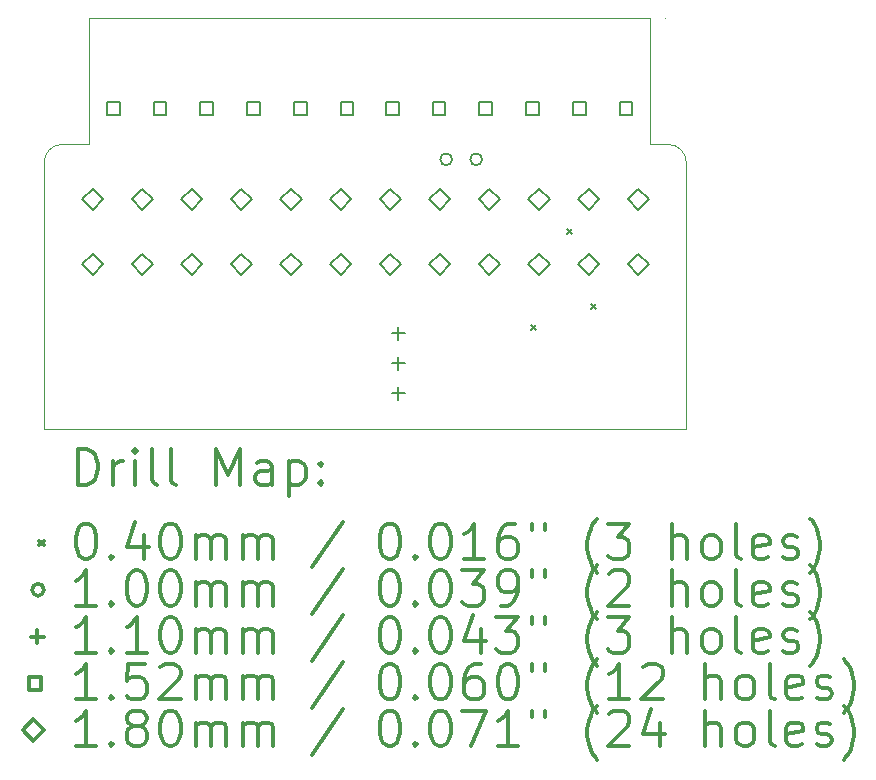
<source format=gbr>
%FSLAX45Y45*%
G04 Gerber Fmt 4.5, Leading zero omitted, Abs format (unit mm)*
G04 Created by KiCad (PCBNEW (5.1.6)-1) date 2022-02-21 08:46:37*
%MOMM*%
%LPD*%
G01*
G04 APERTURE LIST*
%TA.AperFunction,Profile*%
%ADD10C,0.050000*%
%TD*%
%ADD11C,0.200000*%
%ADD12C,0.300000*%
G04 APERTURE END LIST*
D10*
X12166600Y-9906000D02*
G75*
G02*
X12319000Y-9753600I152400J0D01*
G01*
X17449800Y-9753600D02*
G75*
G02*
X17602200Y-9906000I0J-152400D01*
G01*
X12547600Y-9753600D02*
X12319000Y-9753600D01*
X12547600Y-9753600D02*
X12547600Y-8686800D01*
X17297400Y-9753600D02*
X17297400Y-8686800D01*
X17449800Y-9753600D02*
X17297400Y-9753600D01*
X12166600Y-12166600D02*
X12166600Y-9906000D01*
X17424400Y-8686800D02*
X17424400Y-8686800D01*
X17602200Y-12166600D02*
X17602200Y-9906000D01*
X12166600Y-12166600D02*
X17602200Y-12166600D01*
X12547600Y-8686800D02*
X17297400Y-8686800D01*
D11*
X16286800Y-11283000D02*
X16326800Y-11323000D01*
X16326800Y-11283000D02*
X16286800Y-11323000D01*
X16591600Y-10470200D02*
X16631600Y-10510200D01*
X16631600Y-10470200D02*
X16591600Y-10510200D01*
X16794800Y-11105200D02*
X16834800Y-11145200D01*
X16834800Y-11105200D02*
X16794800Y-11145200D01*
X15620200Y-9880600D02*
G75*
G03*
X15620200Y-9880600I-50000J0D01*
G01*
X15874200Y-9880600D02*
G75*
G03*
X15874200Y-9880600I-50000J0D01*
G01*
X15163800Y-11298800D02*
X15163800Y-11408800D01*
X15108800Y-11353800D02*
X15218800Y-11353800D01*
X15163800Y-11552800D02*
X15163800Y-11662800D01*
X15108800Y-11607800D02*
X15218800Y-11607800D01*
X15163800Y-11806800D02*
X15163800Y-11916800D01*
X15108800Y-11861800D02*
X15218800Y-11861800D01*
X15166741Y-9502541D02*
X15166741Y-9395059D01*
X15059259Y-9395059D01*
X15059259Y-9502541D01*
X15166741Y-9502541D01*
X15562741Y-9502541D02*
X15562741Y-9395059D01*
X15455259Y-9395059D01*
X15455259Y-9502541D01*
X15562741Y-9502541D01*
X15958741Y-9502541D02*
X15958741Y-9395059D01*
X15851259Y-9395059D01*
X15851259Y-9502541D01*
X15958741Y-9502541D01*
X16354741Y-9502541D02*
X16354741Y-9395059D01*
X16247259Y-9395059D01*
X16247259Y-9502541D01*
X16354741Y-9502541D01*
X16750741Y-9502541D02*
X16750741Y-9395059D01*
X16643259Y-9395059D01*
X16643259Y-9502541D01*
X16750741Y-9502541D01*
X17146741Y-9502541D02*
X17146741Y-9395059D01*
X17039259Y-9395059D01*
X17039259Y-9502541D01*
X17146741Y-9502541D01*
X12804541Y-9502541D02*
X12804541Y-9395059D01*
X12697059Y-9395059D01*
X12697059Y-9502541D01*
X12804541Y-9502541D01*
X13200541Y-9502541D02*
X13200541Y-9395059D01*
X13093059Y-9395059D01*
X13093059Y-9502541D01*
X13200541Y-9502541D01*
X13596541Y-9502541D02*
X13596541Y-9395059D01*
X13489059Y-9395059D01*
X13489059Y-9502541D01*
X13596541Y-9502541D01*
X13992541Y-9502541D02*
X13992541Y-9395059D01*
X13885059Y-9395059D01*
X13885059Y-9502541D01*
X13992541Y-9502541D01*
X14388541Y-9502541D02*
X14388541Y-9395059D01*
X14281059Y-9395059D01*
X14281059Y-9502541D01*
X14388541Y-9502541D01*
X14784541Y-9502541D02*
X14784541Y-9395059D01*
X14677059Y-9395059D01*
X14677059Y-9502541D01*
X14784541Y-9502541D01*
X12575800Y-10309600D02*
X12665800Y-10219600D01*
X12575800Y-10129600D01*
X12485800Y-10219600D01*
X12575800Y-10309600D01*
X12575800Y-10859600D02*
X12665800Y-10769600D01*
X12575800Y-10679600D01*
X12485800Y-10769600D01*
X12575800Y-10859600D01*
X12995800Y-10309600D02*
X13085800Y-10219600D01*
X12995800Y-10129600D01*
X12905800Y-10219600D01*
X12995800Y-10309600D01*
X12995800Y-10859600D02*
X13085800Y-10769600D01*
X12995800Y-10679600D01*
X12905800Y-10769600D01*
X12995800Y-10859600D01*
X13415800Y-10309600D02*
X13505800Y-10219600D01*
X13415800Y-10129600D01*
X13325800Y-10219600D01*
X13415800Y-10309600D01*
X13415800Y-10859600D02*
X13505800Y-10769600D01*
X13415800Y-10679600D01*
X13325800Y-10769600D01*
X13415800Y-10859600D01*
X13835800Y-10309600D02*
X13925800Y-10219600D01*
X13835800Y-10129600D01*
X13745800Y-10219600D01*
X13835800Y-10309600D01*
X13835800Y-10859600D02*
X13925800Y-10769600D01*
X13835800Y-10679600D01*
X13745800Y-10769600D01*
X13835800Y-10859600D01*
X14255800Y-10309600D02*
X14345800Y-10219600D01*
X14255800Y-10129600D01*
X14165800Y-10219600D01*
X14255800Y-10309600D01*
X14255800Y-10859600D02*
X14345800Y-10769600D01*
X14255800Y-10679600D01*
X14165800Y-10769600D01*
X14255800Y-10859600D01*
X14675800Y-10309600D02*
X14765800Y-10219600D01*
X14675800Y-10129600D01*
X14585800Y-10219600D01*
X14675800Y-10309600D01*
X14675800Y-10859600D02*
X14765800Y-10769600D01*
X14675800Y-10679600D01*
X14585800Y-10769600D01*
X14675800Y-10859600D01*
X15095800Y-10309600D02*
X15185800Y-10219600D01*
X15095800Y-10129600D01*
X15005800Y-10219600D01*
X15095800Y-10309600D01*
X15095800Y-10859600D02*
X15185800Y-10769600D01*
X15095800Y-10679600D01*
X15005800Y-10769600D01*
X15095800Y-10859600D01*
X15515800Y-10309600D02*
X15605800Y-10219600D01*
X15515800Y-10129600D01*
X15425800Y-10219600D01*
X15515800Y-10309600D01*
X15515800Y-10859600D02*
X15605800Y-10769600D01*
X15515800Y-10679600D01*
X15425800Y-10769600D01*
X15515800Y-10859600D01*
X15935800Y-10309600D02*
X16025800Y-10219600D01*
X15935800Y-10129600D01*
X15845800Y-10219600D01*
X15935800Y-10309600D01*
X15935800Y-10859600D02*
X16025800Y-10769600D01*
X15935800Y-10679600D01*
X15845800Y-10769600D01*
X15935800Y-10859600D01*
X16355800Y-10309600D02*
X16445800Y-10219600D01*
X16355800Y-10129600D01*
X16265800Y-10219600D01*
X16355800Y-10309600D01*
X16355800Y-10859600D02*
X16445800Y-10769600D01*
X16355800Y-10679600D01*
X16265800Y-10769600D01*
X16355800Y-10859600D01*
X16775800Y-10309600D02*
X16865800Y-10219600D01*
X16775800Y-10129600D01*
X16685800Y-10219600D01*
X16775800Y-10309600D01*
X16775800Y-10859600D02*
X16865800Y-10769600D01*
X16775800Y-10679600D01*
X16685800Y-10769600D01*
X16775800Y-10859600D01*
X17195800Y-10309600D02*
X17285800Y-10219600D01*
X17195800Y-10129600D01*
X17105800Y-10219600D01*
X17195800Y-10309600D01*
X17195800Y-10859600D02*
X17285800Y-10769600D01*
X17195800Y-10679600D01*
X17105800Y-10769600D01*
X17195800Y-10859600D01*
D12*
X12450528Y-12634814D02*
X12450528Y-12334814D01*
X12521957Y-12334814D01*
X12564814Y-12349100D01*
X12593386Y-12377671D01*
X12607671Y-12406243D01*
X12621957Y-12463386D01*
X12621957Y-12506243D01*
X12607671Y-12563386D01*
X12593386Y-12591957D01*
X12564814Y-12620529D01*
X12521957Y-12634814D01*
X12450528Y-12634814D01*
X12750528Y-12634814D02*
X12750528Y-12434814D01*
X12750528Y-12491957D02*
X12764814Y-12463386D01*
X12779100Y-12449100D01*
X12807671Y-12434814D01*
X12836243Y-12434814D01*
X12936243Y-12634814D02*
X12936243Y-12434814D01*
X12936243Y-12334814D02*
X12921957Y-12349100D01*
X12936243Y-12363386D01*
X12950528Y-12349100D01*
X12936243Y-12334814D01*
X12936243Y-12363386D01*
X13121957Y-12634814D02*
X13093386Y-12620529D01*
X13079100Y-12591957D01*
X13079100Y-12334814D01*
X13279100Y-12634814D02*
X13250528Y-12620529D01*
X13236243Y-12591957D01*
X13236243Y-12334814D01*
X13621957Y-12634814D02*
X13621957Y-12334814D01*
X13721957Y-12549100D01*
X13821957Y-12334814D01*
X13821957Y-12634814D01*
X14093386Y-12634814D02*
X14093386Y-12477671D01*
X14079100Y-12449100D01*
X14050528Y-12434814D01*
X13993386Y-12434814D01*
X13964814Y-12449100D01*
X14093386Y-12620529D02*
X14064814Y-12634814D01*
X13993386Y-12634814D01*
X13964814Y-12620529D01*
X13950528Y-12591957D01*
X13950528Y-12563386D01*
X13964814Y-12534814D01*
X13993386Y-12520529D01*
X14064814Y-12520529D01*
X14093386Y-12506243D01*
X14236243Y-12434814D02*
X14236243Y-12734814D01*
X14236243Y-12449100D02*
X14264814Y-12434814D01*
X14321957Y-12434814D01*
X14350528Y-12449100D01*
X14364814Y-12463386D01*
X14379100Y-12491957D01*
X14379100Y-12577671D01*
X14364814Y-12606243D01*
X14350528Y-12620529D01*
X14321957Y-12634814D01*
X14264814Y-12634814D01*
X14236243Y-12620529D01*
X14507671Y-12606243D02*
X14521957Y-12620529D01*
X14507671Y-12634814D01*
X14493386Y-12620529D01*
X14507671Y-12606243D01*
X14507671Y-12634814D01*
X14507671Y-12449100D02*
X14521957Y-12463386D01*
X14507671Y-12477671D01*
X14493386Y-12463386D01*
X14507671Y-12449100D01*
X14507671Y-12477671D01*
X12124100Y-13109100D02*
X12164100Y-13149100D01*
X12164100Y-13109100D02*
X12124100Y-13149100D01*
X12507671Y-12964814D02*
X12536243Y-12964814D01*
X12564814Y-12979100D01*
X12579100Y-12993386D01*
X12593386Y-13021957D01*
X12607671Y-13079100D01*
X12607671Y-13150529D01*
X12593386Y-13207671D01*
X12579100Y-13236243D01*
X12564814Y-13250529D01*
X12536243Y-13264814D01*
X12507671Y-13264814D01*
X12479100Y-13250529D01*
X12464814Y-13236243D01*
X12450528Y-13207671D01*
X12436243Y-13150529D01*
X12436243Y-13079100D01*
X12450528Y-13021957D01*
X12464814Y-12993386D01*
X12479100Y-12979100D01*
X12507671Y-12964814D01*
X12736243Y-13236243D02*
X12750528Y-13250529D01*
X12736243Y-13264814D01*
X12721957Y-13250529D01*
X12736243Y-13236243D01*
X12736243Y-13264814D01*
X13007671Y-13064814D02*
X13007671Y-13264814D01*
X12936243Y-12950529D02*
X12864814Y-13164814D01*
X13050528Y-13164814D01*
X13221957Y-12964814D02*
X13250528Y-12964814D01*
X13279100Y-12979100D01*
X13293386Y-12993386D01*
X13307671Y-13021957D01*
X13321957Y-13079100D01*
X13321957Y-13150529D01*
X13307671Y-13207671D01*
X13293386Y-13236243D01*
X13279100Y-13250529D01*
X13250528Y-13264814D01*
X13221957Y-13264814D01*
X13193386Y-13250529D01*
X13179100Y-13236243D01*
X13164814Y-13207671D01*
X13150528Y-13150529D01*
X13150528Y-13079100D01*
X13164814Y-13021957D01*
X13179100Y-12993386D01*
X13193386Y-12979100D01*
X13221957Y-12964814D01*
X13450528Y-13264814D02*
X13450528Y-13064814D01*
X13450528Y-13093386D02*
X13464814Y-13079100D01*
X13493386Y-13064814D01*
X13536243Y-13064814D01*
X13564814Y-13079100D01*
X13579100Y-13107671D01*
X13579100Y-13264814D01*
X13579100Y-13107671D02*
X13593386Y-13079100D01*
X13621957Y-13064814D01*
X13664814Y-13064814D01*
X13693386Y-13079100D01*
X13707671Y-13107671D01*
X13707671Y-13264814D01*
X13850528Y-13264814D02*
X13850528Y-13064814D01*
X13850528Y-13093386D02*
X13864814Y-13079100D01*
X13893386Y-13064814D01*
X13936243Y-13064814D01*
X13964814Y-13079100D01*
X13979100Y-13107671D01*
X13979100Y-13264814D01*
X13979100Y-13107671D02*
X13993386Y-13079100D01*
X14021957Y-13064814D01*
X14064814Y-13064814D01*
X14093386Y-13079100D01*
X14107671Y-13107671D01*
X14107671Y-13264814D01*
X14693386Y-12950529D02*
X14436243Y-13336243D01*
X15079100Y-12964814D02*
X15107671Y-12964814D01*
X15136243Y-12979100D01*
X15150528Y-12993386D01*
X15164814Y-13021957D01*
X15179100Y-13079100D01*
X15179100Y-13150529D01*
X15164814Y-13207671D01*
X15150528Y-13236243D01*
X15136243Y-13250529D01*
X15107671Y-13264814D01*
X15079100Y-13264814D01*
X15050528Y-13250529D01*
X15036243Y-13236243D01*
X15021957Y-13207671D01*
X15007671Y-13150529D01*
X15007671Y-13079100D01*
X15021957Y-13021957D01*
X15036243Y-12993386D01*
X15050528Y-12979100D01*
X15079100Y-12964814D01*
X15307671Y-13236243D02*
X15321957Y-13250529D01*
X15307671Y-13264814D01*
X15293386Y-13250529D01*
X15307671Y-13236243D01*
X15307671Y-13264814D01*
X15507671Y-12964814D02*
X15536243Y-12964814D01*
X15564814Y-12979100D01*
X15579100Y-12993386D01*
X15593386Y-13021957D01*
X15607671Y-13079100D01*
X15607671Y-13150529D01*
X15593386Y-13207671D01*
X15579100Y-13236243D01*
X15564814Y-13250529D01*
X15536243Y-13264814D01*
X15507671Y-13264814D01*
X15479100Y-13250529D01*
X15464814Y-13236243D01*
X15450528Y-13207671D01*
X15436243Y-13150529D01*
X15436243Y-13079100D01*
X15450528Y-13021957D01*
X15464814Y-12993386D01*
X15479100Y-12979100D01*
X15507671Y-12964814D01*
X15893386Y-13264814D02*
X15721957Y-13264814D01*
X15807671Y-13264814D02*
X15807671Y-12964814D01*
X15779100Y-13007671D01*
X15750528Y-13036243D01*
X15721957Y-13050529D01*
X16150528Y-12964814D02*
X16093386Y-12964814D01*
X16064814Y-12979100D01*
X16050528Y-12993386D01*
X16021957Y-13036243D01*
X16007671Y-13093386D01*
X16007671Y-13207671D01*
X16021957Y-13236243D01*
X16036243Y-13250529D01*
X16064814Y-13264814D01*
X16121957Y-13264814D01*
X16150528Y-13250529D01*
X16164814Y-13236243D01*
X16179100Y-13207671D01*
X16179100Y-13136243D01*
X16164814Y-13107671D01*
X16150528Y-13093386D01*
X16121957Y-13079100D01*
X16064814Y-13079100D01*
X16036243Y-13093386D01*
X16021957Y-13107671D01*
X16007671Y-13136243D01*
X16293386Y-12964814D02*
X16293386Y-13021957D01*
X16407671Y-12964814D02*
X16407671Y-13021957D01*
X16850528Y-13379100D02*
X16836243Y-13364814D01*
X16807671Y-13321957D01*
X16793386Y-13293386D01*
X16779100Y-13250529D01*
X16764814Y-13179100D01*
X16764814Y-13121957D01*
X16779100Y-13050529D01*
X16793386Y-13007671D01*
X16807671Y-12979100D01*
X16836243Y-12936243D01*
X16850528Y-12921957D01*
X16936243Y-12964814D02*
X17121957Y-12964814D01*
X17021957Y-13079100D01*
X17064814Y-13079100D01*
X17093386Y-13093386D01*
X17107671Y-13107671D01*
X17121957Y-13136243D01*
X17121957Y-13207671D01*
X17107671Y-13236243D01*
X17093386Y-13250529D01*
X17064814Y-13264814D01*
X16979100Y-13264814D01*
X16950528Y-13250529D01*
X16936243Y-13236243D01*
X17479100Y-13264814D02*
X17479100Y-12964814D01*
X17607671Y-13264814D02*
X17607671Y-13107671D01*
X17593386Y-13079100D01*
X17564814Y-13064814D01*
X17521957Y-13064814D01*
X17493386Y-13079100D01*
X17479100Y-13093386D01*
X17793386Y-13264814D02*
X17764814Y-13250529D01*
X17750528Y-13236243D01*
X17736243Y-13207671D01*
X17736243Y-13121957D01*
X17750528Y-13093386D01*
X17764814Y-13079100D01*
X17793386Y-13064814D01*
X17836243Y-13064814D01*
X17864814Y-13079100D01*
X17879100Y-13093386D01*
X17893386Y-13121957D01*
X17893386Y-13207671D01*
X17879100Y-13236243D01*
X17864814Y-13250529D01*
X17836243Y-13264814D01*
X17793386Y-13264814D01*
X18064814Y-13264814D02*
X18036243Y-13250529D01*
X18021957Y-13221957D01*
X18021957Y-12964814D01*
X18293386Y-13250529D02*
X18264814Y-13264814D01*
X18207671Y-13264814D01*
X18179100Y-13250529D01*
X18164814Y-13221957D01*
X18164814Y-13107671D01*
X18179100Y-13079100D01*
X18207671Y-13064814D01*
X18264814Y-13064814D01*
X18293386Y-13079100D01*
X18307671Y-13107671D01*
X18307671Y-13136243D01*
X18164814Y-13164814D01*
X18421957Y-13250529D02*
X18450528Y-13264814D01*
X18507671Y-13264814D01*
X18536243Y-13250529D01*
X18550528Y-13221957D01*
X18550528Y-13207671D01*
X18536243Y-13179100D01*
X18507671Y-13164814D01*
X18464814Y-13164814D01*
X18436243Y-13150529D01*
X18421957Y-13121957D01*
X18421957Y-13107671D01*
X18436243Y-13079100D01*
X18464814Y-13064814D01*
X18507671Y-13064814D01*
X18536243Y-13079100D01*
X18650528Y-13379100D02*
X18664814Y-13364814D01*
X18693386Y-13321957D01*
X18707671Y-13293386D01*
X18721957Y-13250529D01*
X18736243Y-13179100D01*
X18736243Y-13121957D01*
X18721957Y-13050529D01*
X18707671Y-13007671D01*
X18693386Y-12979100D01*
X18664814Y-12936243D01*
X18650528Y-12921957D01*
X12164100Y-13525100D02*
G75*
G03*
X12164100Y-13525100I-50000J0D01*
G01*
X12607671Y-13660814D02*
X12436243Y-13660814D01*
X12521957Y-13660814D02*
X12521957Y-13360814D01*
X12493386Y-13403671D01*
X12464814Y-13432243D01*
X12436243Y-13446529D01*
X12736243Y-13632243D02*
X12750528Y-13646529D01*
X12736243Y-13660814D01*
X12721957Y-13646529D01*
X12736243Y-13632243D01*
X12736243Y-13660814D01*
X12936243Y-13360814D02*
X12964814Y-13360814D01*
X12993386Y-13375100D01*
X13007671Y-13389386D01*
X13021957Y-13417957D01*
X13036243Y-13475100D01*
X13036243Y-13546529D01*
X13021957Y-13603671D01*
X13007671Y-13632243D01*
X12993386Y-13646529D01*
X12964814Y-13660814D01*
X12936243Y-13660814D01*
X12907671Y-13646529D01*
X12893386Y-13632243D01*
X12879100Y-13603671D01*
X12864814Y-13546529D01*
X12864814Y-13475100D01*
X12879100Y-13417957D01*
X12893386Y-13389386D01*
X12907671Y-13375100D01*
X12936243Y-13360814D01*
X13221957Y-13360814D02*
X13250528Y-13360814D01*
X13279100Y-13375100D01*
X13293386Y-13389386D01*
X13307671Y-13417957D01*
X13321957Y-13475100D01*
X13321957Y-13546529D01*
X13307671Y-13603671D01*
X13293386Y-13632243D01*
X13279100Y-13646529D01*
X13250528Y-13660814D01*
X13221957Y-13660814D01*
X13193386Y-13646529D01*
X13179100Y-13632243D01*
X13164814Y-13603671D01*
X13150528Y-13546529D01*
X13150528Y-13475100D01*
X13164814Y-13417957D01*
X13179100Y-13389386D01*
X13193386Y-13375100D01*
X13221957Y-13360814D01*
X13450528Y-13660814D02*
X13450528Y-13460814D01*
X13450528Y-13489386D02*
X13464814Y-13475100D01*
X13493386Y-13460814D01*
X13536243Y-13460814D01*
X13564814Y-13475100D01*
X13579100Y-13503671D01*
X13579100Y-13660814D01*
X13579100Y-13503671D02*
X13593386Y-13475100D01*
X13621957Y-13460814D01*
X13664814Y-13460814D01*
X13693386Y-13475100D01*
X13707671Y-13503671D01*
X13707671Y-13660814D01*
X13850528Y-13660814D02*
X13850528Y-13460814D01*
X13850528Y-13489386D02*
X13864814Y-13475100D01*
X13893386Y-13460814D01*
X13936243Y-13460814D01*
X13964814Y-13475100D01*
X13979100Y-13503671D01*
X13979100Y-13660814D01*
X13979100Y-13503671D02*
X13993386Y-13475100D01*
X14021957Y-13460814D01*
X14064814Y-13460814D01*
X14093386Y-13475100D01*
X14107671Y-13503671D01*
X14107671Y-13660814D01*
X14693386Y-13346529D02*
X14436243Y-13732243D01*
X15079100Y-13360814D02*
X15107671Y-13360814D01*
X15136243Y-13375100D01*
X15150528Y-13389386D01*
X15164814Y-13417957D01*
X15179100Y-13475100D01*
X15179100Y-13546529D01*
X15164814Y-13603671D01*
X15150528Y-13632243D01*
X15136243Y-13646529D01*
X15107671Y-13660814D01*
X15079100Y-13660814D01*
X15050528Y-13646529D01*
X15036243Y-13632243D01*
X15021957Y-13603671D01*
X15007671Y-13546529D01*
X15007671Y-13475100D01*
X15021957Y-13417957D01*
X15036243Y-13389386D01*
X15050528Y-13375100D01*
X15079100Y-13360814D01*
X15307671Y-13632243D02*
X15321957Y-13646529D01*
X15307671Y-13660814D01*
X15293386Y-13646529D01*
X15307671Y-13632243D01*
X15307671Y-13660814D01*
X15507671Y-13360814D02*
X15536243Y-13360814D01*
X15564814Y-13375100D01*
X15579100Y-13389386D01*
X15593386Y-13417957D01*
X15607671Y-13475100D01*
X15607671Y-13546529D01*
X15593386Y-13603671D01*
X15579100Y-13632243D01*
X15564814Y-13646529D01*
X15536243Y-13660814D01*
X15507671Y-13660814D01*
X15479100Y-13646529D01*
X15464814Y-13632243D01*
X15450528Y-13603671D01*
X15436243Y-13546529D01*
X15436243Y-13475100D01*
X15450528Y-13417957D01*
X15464814Y-13389386D01*
X15479100Y-13375100D01*
X15507671Y-13360814D01*
X15707671Y-13360814D02*
X15893386Y-13360814D01*
X15793386Y-13475100D01*
X15836243Y-13475100D01*
X15864814Y-13489386D01*
X15879100Y-13503671D01*
X15893386Y-13532243D01*
X15893386Y-13603671D01*
X15879100Y-13632243D01*
X15864814Y-13646529D01*
X15836243Y-13660814D01*
X15750528Y-13660814D01*
X15721957Y-13646529D01*
X15707671Y-13632243D01*
X16036243Y-13660814D02*
X16093386Y-13660814D01*
X16121957Y-13646529D01*
X16136243Y-13632243D01*
X16164814Y-13589386D01*
X16179100Y-13532243D01*
X16179100Y-13417957D01*
X16164814Y-13389386D01*
X16150528Y-13375100D01*
X16121957Y-13360814D01*
X16064814Y-13360814D01*
X16036243Y-13375100D01*
X16021957Y-13389386D01*
X16007671Y-13417957D01*
X16007671Y-13489386D01*
X16021957Y-13517957D01*
X16036243Y-13532243D01*
X16064814Y-13546529D01*
X16121957Y-13546529D01*
X16150528Y-13532243D01*
X16164814Y-13517957D01*
X16179100Y-13489386D01*
X16293386Y-13360814D02*
X16293386Y-13417957D01*
X16407671Y-13360814D02*
X16407671Y-13417957D01*
X16850528Y-13775100D02*
X16836243Y-13760814D01*
X16807671Y-13717957D01*
X16793386Y-13689386D01*
X16779100Y-13646529D01*
X16764814Y-13575100D01*
X16764814Y-13517957D01*
X16779100Y-13446529D01*
X16793386Y-13403671D01*
X16807671Y-13375100D01*
X16836243Y-13332243D01*
X16850528Y-13317957D01*
X16950528Y-13389386D02*
X16964814Y-13375100D01*
X16993386Y-13360814D01*
X17064814Y-13360814D01*
X17093386Y-13375100D01*
X17107671Y-13389386D01*
X17121957Y-13417957D01*
X17121957Y-13446529D01*
X17107671Y-13489386D01*
X16936243Y-13660814D01*
X17121957Y-13660814D01*
X17479100Y-13660814D02*
X17479100Y-13360814D01*
X17607671Y-13660814D02*
X17607671Y-13503671D01*
X17593386Y-13475100D01*
X17564814Y-13460814D01*
X17521957Y-13460814D01*
X17493386Y-13475100D01*
X17479100Y-13489386D01*
X17793386Y-13660814D02*
X17764814Y-13646529D01*
X17750528Y-13632243D01*
X17736243Y-13603671D01*
X17736243Y-13517957D01*
X17750528Y-13489386D01*
X17764814Y-13475100D01*
X17793386Y-13460814D01*
X17836243Y-13460814D01*
X17864814Y-13475100D01*
X17879100Y-13489386D01*
X17893386Y-13517957D01*
X17893386Y-13603671D01*
X17879100Y-13632243D01*
X17864814Y-13646529D01*
X17836243Y-13660814D01*
X17793386Y-13660814D01*
X18064814Y-13660814D02*
X18036243Y-13646529D01*
X18021957Y-13617957D01*
X18021957Y-13360814D01*
X18293386Y-13646529D02*
X18264814Y-13660814D01*
X18207671Y-13660814D01*
X18179100Y-13646529D01*
X18164814Y-13617957D01*
X18164814Y-13503671D01*
X18179100Y-13475100D01*
X18207671Y-13460814D01*
X18264814Y-13460814D01*
X18293386Y-13475100D01*
X18307671Y-13503671D01*
X18307671Y-13532243D01*
X18164814Y-13560814D01*
X18421957Y-13646529D02*
X18450528Y-13660814D01*
X18507671Y-13660814D01*
X18536243Y-13646529D01*
X18550528Y-13617957D01*
X18550528Y-13603671D01*
X18536243Y-13575100D01*
X18507671Y-13560814D01*
X18464814Y-13560814D01*
X18436243Y-13546529D01*
X18421957Y-13517957D01*
X18421957Y-13503671D01*
X18436243Y-13475100D01*
X18464814Y-13460814D01*
X18507671Y-13460814D01*
X18536243Y-13475100D01*
X18650528Y-13775100D02*
X18664814Y-13760814D01*
X18693386Y-13717957D01*
X18707671Y-13689386D01*
X18721957Y-13646529D01*
X18736243Y-13575100D01*
X18736243Y-13517957D01*
X18721957Y-13446529D01*
X18707671Y-13403671D01*
X18693386Y-13375100D01*
X18664814Y-13332243D01*
X18650528Y-13317957D01*
X12109100Y-13866100D02*
X12109100Y-13976100D01*
X12054100Y-13921100D02*
X12164100Y-13921100D01*
X12607671Y-14056814D02*
X12436243Y-14056814D01*
X12521957Y-14056814D02*
X12521957Y-13756814D01*
X12493386Y-13799671D01*
X12464814Y-13828243D01*
X12436243Y-13842529D01*
X12736243Y-14028243D02*
X12750528Y-14042529D01*
X12736243Y-14056814D01*
X12721957Y-14042529D01*
X12736243Y-14028243D01*
X12736243Y-14056814D01*
X13036243Y-14056814D02*
X12864814Y-14056814D01*
X12950528Y-14056814D02*
X12950528Y-13756814D01*
X12921957Y-13799671D01*
X12893386Y-13828243D01*
X12864814Y-13842529D01*
X13221957Y-13756814D02*
X13250528Y-13756814D01*
X13279100Y-13771100D01*
X13293386Y-13785386D01*
X13307671Y-13813957D01*
X13321957Y-13871100D01*
X13321957Y-13942529D01*
X13307671Y-13999671D01*
X13293386Y-14028243D01*
X13279100Y-14042529D01*
X13250528Y-14056814D01*
X13221957Y-14056814D01*
X13193386Y-14042529D01*
X13179100Y-14028243D01*
X13164814Y-13999671D01*
X13150528Y-13942529D01*
X13150528Y-13871100D01*
X13164814Y-13813957D01*
X13179100Y-13785386D01*
X13193386Y-13771100D01*
X13221957Y-13756814D01*
X13450528Y-14056814D02*
X13450528Y-13856814D01*
X13450528Y-13885386D02*
X13464814Y-13871100D01*
X13493386Y-13856814D01*
X13536243Y-13856814D01*
X13564814Y-13871100D01*
X13579100Y-13899671D01*
X13579100Y-14056814D01*
X13579100Y-13899671D02*
X13593386Y-13871100D01*
X13621957Y-13856814D01*
X13664814Y-13856814D01*
X13693386Y-13871100D01*
X13707671Y-13899671D01*
X13707671Y-14056814D01*
X13850528Y-14056814D02*
X13850528Y-13856814D01*
X13850528Y-13885386D02*
X13864814Y-13871100D01*
X13893386Y-13856814D01*
X13936243Y-13856814D01*
X13964814Y-13871100D01*
X13979100Y-13899671D01*
X13979100Y-14056814D01*
X13979100Y-13899671D02*
X13993386Y-13871100D01*
X14021957Y-13856814D01*
X14064814Y-13856814D01*
X14093386Y-13871100D01*
X14107671Y-13899671D01*
X14107671Y-14056814D01*
X14693386Y-13742529D02*
X14436243Y-14128243D01*
X15079100Y-13756814D02*
X15107671Y-13756814D01*
X15136243Y-13771100D01*
X15150528Y-13785386D01*
X15164814Y-13813957D01*
X15179100Y-13871100D01*
X15179100Y-13942529D01*
X15164814Y-13999671D01*
X15150528Y-14028243D01*
X15136243Y-14042529D01*
X15107671Y-14056814D01*
X15079100Y-14056814D01*
X15050528Y-14042529D01*
X15036243Y-14028243D01*
X15021957Y-13999671D01*
X15007671Y-13942529D01*
X15007671Y-13871100D01*
X15021957Y-13813957D01*
X15036243Y-13785386D01*
X15050528Y-13771100D01*
X15079100Y-13756814D01*
X15307671Y-14028243D02*
X15321957Y-14042529D01*
X15307671Y-14056814D01*
X15293386Y-14042529D01*
X15307671Y-14028243D01*
X15307671Y-14056814D01*
X15507671Y-13756814D02*
X15536243Y-13756814D01*
X15564814Y-13771100D01*
X15579100Y-13785386D01*
X15593386Y-13813957D01*
X15607671Y-13871100D01*
X15607671Y-13942529D01*
X15593386Y-13999671D01*
X15579100Y-14028243D01*
X15564814Y-14042529D01*
X15536243Y-14056814D01*
X15507671Y-14056814D01*
X15479100Y-14042529D01*
X15464814Y-14028243D01*
X15450528Y-13999671D01*
X15436243Y-13942529D01*
X15436243Y-13871100D01*
X15450528Y-13813957D01*
X15464814Y-13785386D01*
X15479100Y-13771100D01*
X15507671Y-13756814D01*
X15864814Y-13856814D02*
X15864814Y-14056814D01*
X15793386Y-13742529D02*
X15721957Y-13956814D01*
X15907671Y-13956814D01*
X15993386Y-13756814D02*
X16179100Y-13756814D01*
X16079100Y-13871100D01*
X16121957Y-13871100D01*
X16150528Y-13885386D01*
X16164814Y-13899671D01*
X16179100Y-13928243D01*
X16179100Y-13999671D01*
X16164814Y-14028243D01*
X16150528Y-14042529D01*
X16121957Y-14056814D01*
X16036243Y-14056814D01*
X16007671Y-14042529D01*
X15993386Y-14028243D01*
X16293386Y-13756814D02*
X16293386Y-13813957D01*
X16407671Y-13756814D02*
X16407671Y-13813957D01*
X16850528Y-14171100D02*
X16836243Y-14156814D01*
X16807671Y-14113957D01*
X16793386Y-14085386D01*
X16779100Y-14042529D01*
X16764814Y-13971100D01*
X16764814Y-13913957D01*
X16779100Y-13842529D01*
X16793386Y-13799671D01*
X16807671Y-13771100D01*
X16836243Y-13728243D01*
X16850528Y-13713957D01*
X16936243Y-13756814D02*
X17121957Y-13756814D01*
X17021957Y-13871100D01*
X17064814Y-13871100D01*
X17093386Y-13885386D01*
X17107671Y-13899671D01*
X17121957Y-13928243D01*
X17121957Y-13999671D01*
X17107671Y-14028243D01*
X17093386Y-14042529D01*
X17064814Y-14056814D01*
X16979100Y-14056814D01*
X16950528Y-14042529D01*
X16936243Y-14028243D01*
X17479100Y-14056814D02*
X17479100Y-13756814D01*
X17607671Y-14056814D02*
X17607671Y-13899671D01*
X17593386Y-13871100D01*
X17564814Y-13856814D01*
X17521957Y-13856814D01*
X17493386Y-13871100D01*
X17479100Y-13885386D01*
X17793386Y-14056814D02*
X17764814Y-14042529D01*
X17750528Y-14028243D01*
X17736243Y-13999671D01*
X17736243Y-13913957D01*
X17750528Y-13885386D01*
X17764814Y-13871100D01*
X17793386Y-13856814D01*
X17836243Y-13856814D01*
X17864814Y-13871100D01*
X17879100Y-13885386D01*
X17893386Y-13913957D01*
X17893386Y-13999671D01*
X17879100Y-14028243D01*
X17864814Y-14042529D01*
X17836243Y-14056814D01*
X17793386Y-14056814D01*
X18064814Y-14056814D02*
X18036243Y-14042529D01*
X18021957Y-14013957D01*
X18021957Y-13756814D01*
X18293386Y-14042529D02*
X18264814Y-14056814D01*
X18207671Y-14056814D01*
X18179100Y-14042529D01*
X18164814Y-14013957D01*
X18164814Y-13899671D01*
X18179100Y-13871100D01*
X18207671Y-13856814D01*
X18264814Y-13856814D01*
X18293386Y-13871100D01*
X18307671Y-13899671D01*
X18307671Y-13928243D01*
X18164814Y-13956814D01*
X18421957Y-14042529D02*
X18450528Y-14056814D01*
X18507671Y-14056814D01*
X18536243Y-14042529D01*
X18550528Y-14013957D01*
X18550528Y-13999671D01*
X18536243Y-13971100D01*
X18507671Y-13956814D01*
X18464814Y-13956814D01*
X18436243Y-13942529D01*
X18421957Y-13913957D01*
X18421957Y-13899671D01*
X18436243Y-13871100D01*
X18464814Y-13856814D01*
X18507671Y-13856814D01*
X18536243Y-13871100D01*
X18650528Y-14171100D02*
X18664814Y-14156814D01*
X18693386Y-14113957D01*
X18707671Y-14085386D01*
X18721957Y-14042529D01*
X18736243Y-13971100D01*
X18736243Y-13913957D01*
X18721957Y-13842529D01*
X18707671Y-13799671D01*
X18693386Y-13771100D01*
X18664814Y-13728243D01*
X18650528Y-13713957D01*
X12141840Y-14370841D02*
X12141840Y-14263359D01*
X12034359Y-14263359D01*
X12034359Y-14370841D01*
X12141840Y-14370841D01*
X12607671Y-14452814D02*
X12436243Y-14452814D01*
X12521957Y-14452814D02*
X12521957Y-14152814D01*
X12493386Y-14195671D01*
X12464814Y-14224243D01*
X12436243Y-14238529D01*
X12736243Y-14424243D02*
X12750528Y-14438529D01*
X12736243Y-14452814D01*
X12721957Y-14438529D01*
X12736243Y-14424243D01*
X12736243Y-14452814D01*
X13021957Y-14152814D02*
X12879100Y-14152814D01*
X12864814Y-14295671D01*
X12879100Y-14281386D01*
X12907671Y-14267100D01*
X12979100Y-14267100D01*
X13007671Y-14281386D01*
X13021957Y-14295671D01*
X13036243Y-14324243D01*
X13036243Y-14395671D01*
X13021957Y-14424243D01*
X13007671Y-14438529D01*
X12979100Y-14452814D01*
X12907671Y-14452814D01*
X12879100Y-14438529D01*
X12864814Y-14424243D01*
X13150528Y-14181386D02*
X13164814Y-14167100D01*
X13193386Y-14152814D01*
X13264814Y-14152814D01*
X13293386Y-14167100D01*
X13307671Y-14181386D01*
X13321957Y-14209957D01*
X13321957Y-14238529D01*
X13307671Y-14281386D01*
X13136243Y-14452814D01*
X13321957Y-14452814D01*
X13450528Y-14452814D02*
X13450528Y-14252814D01*
X13450528Y-14281386D02*
X13464814Y-14267100D01*
X13493386Y-14252814D01*
X13536243Y-14252814D01*
X13564814Y-14267100D01*
X13579100Y-14295671D01*
X13579100Y-14452814D01*
X13579100Y-14295671D02*
X13593386Y-14267100D01*
X13621957Y-14252814D01*
X13664814Y-14252814D01*
X13693386Y-14267100D01*
X13707671Y-14295671D01*
X13707671Y-14452814D01*
X13850528Y-14452814D02*
X13850528Y-14252814D01*
X13850528Y-14281386D02*
X13864814Y-14267100D01*
X13893386Y-14252814D01*
X13936243Y-14252814D01*
X13964814Y-14267100D01*
X13979100Y-14295671D01*
X13979100Y-14452814D01*
X13979100Y-14295671D02*
X13993386Y-14267100D01*
X14021957Y-14252814D01*
X14064814Y-14252814D01*
X14093386Y-14267100D01*
X14107671Y-14295671D01*
X14107671Y-14452814D01*
X14693386Y-14138529D02*
X14436243Y-14524243D01*
X15079100Y-14152814D02*
X15107671Y-14152814D01*
X15136243Y-14167100D01*
X15150528Y-14181386D01*
X15164814Y-14209957D01*
X15179100Y-14267100D01*
X15179100Y-14338529D01*
X15164814Y-14395671D01*
X15150528Y-14424243D01*
X15136243Y-14438529D01*
X15107671Y-14452814D01*
X15079100Y-14452814D01*
X15050528Y-14438529D01*
X15036243Y-14424243D01*
X15021957Y-14395671D01*
X15007671Y-14338529D01*
X15007671Y-14267100D01*
X15021957Y-14209957D01*
X15036243Y-14181386D01*
X15050528Y-14167100D01*
X15079100Y-14152814D01*
X15307671Y-14424243D02*
X15321957Y-14438529D01*
X15307671Y-14452814D01*
X15293386Y-14438529D01*
X15307671Y-14424243D01*
X15307671Y-14452814D01*
X15507671Y-14152814D02*
X15536243Y-14152814D01*
X15564814Y-14167100D01*
X15579100Y-14181386D01*
X15593386Y-14209957D01*
X15607671Y-14267100D01*
X15607671Y-14338529D01*
X15593386Y-14395671D01*
X15579100Y-14424243D01*
X15564814Y-14438529D01*
X15536243Y-14452814D01*
X15507671Y-14452814D01*
X15479100Y-14438529D01*
X15464814Y-14424243D01*
X15450528Y-14395671D01*
X15436243Y-14338529D01*
X15436243Y-14267100D01*
X15450528Y-14209957D01*
X15464814Y-14181386D01*
X15479100Y-14167100D01*
X15507671Y-14152814D01*
X15864814Y-14152814D02*
X15807671Y-14152814D01*
X15779100Y-14167100D01*
X15764814Y-14181386D01*
X15736243Y-14224243D01*
X15721957Y-14281386D01*
X15721957Y-14395671D01*
X15736243Y-14424243D01*
X15750528Y-14438529D01*
X15779100Y-14452814D01*
X15836243Y-14452814D01*
X15864814Y-14438529D01*
X15879100Y-14424243D01*
X15893386Y-14395671D01*
X15893386Y-14324243D01*
X15879100Y-14295671D01*
X15864814Y-14281386D01*
X15836243Y-14267100D01*
X15779100Y-14267100D01*
X15750528Y-14281386D01*
X15736243Y-14295671D01*
X15721957Y-14324243D01*
X16079100Y-14152814D02*
X16107671Y-14152814D01*
X16136243Y-14167100D01*
X16150528Y-14181386D01*
X16164814Y-14209957D01*
X16179100Y-14267100D01*
X16179100Y-14338529D01*
X16164814Y-14395671D01*
X16150528Y-14424243D01*
X16136243Y-14438529D01*
X16107671Y-14452814D01*
X16079100Y-14452814D01*
X16050528Y-14438529D01*
X16036243Y-14424243D01*
X16021957Y-14395671D01*
X16007671Y-14338529D01*
X16007671Y-14267100D01*
X16021957Y-14209957D01*
X16036243Y-14181386D01*
X16050528Y-14167100D01*
X16079100Y-14152814D01*
X16293386Y-14152814D02*
X16293386Y-14209957D01*
X16407671Y-14152814D02*
X16407671Y-14209957D01*
X16850528Y-14567100D02*
X16836243Y-14552814D01*
X16807671Y-14509957D01*
X16793386Y-14481386D01*
X16779100Y-14438529D01*
X16764814Y-14367100D01*
X16764814Y-14309957D01*
X16779100Y-14238529D01*
X16793386Y-14195671D01*
X16807671Y-14167100D01*
X16836243Y-14124243D01*
X16850528Y-14109957D01*
X17121957Y-14452814D02*
X16950528Y-14452814D01*
X17036243Y-14452814D02*
X17036243Y-14152814D01*
X17007671Y-14195671D01*
X16979100Y-14224243D01*
X16950528Y-14238529D01*
X17236243Y-14181386D02*
X17250528Y-14167100D01*
X17279100Y-14152814D01*
X17350528Y-14152814D01*
X17379100Y-14167100D01*
X17393386Y-14181386D01*
X17407671Y-14209957D01*
X17407671Y-14238529D01*
X17393386Y-14281386D01*
X17221957Y-14452814D01*
X17407671Y-14452814D01*
X17764814Y-14452814D02*
X17764814Y-14152814D01*
X17893386Y-14452814D02*
X17893386Y-14295671D01*
X17879100Y-14267100D01*
X17850528Y-14252814D01*
X17807671Y-14252814D01*
X17779100Y-14267100D01*
X17764814Y-14281386D01*
X18079100Y-14452814D02*
X18050528Y-14438529D01*
X18036243Y-14424243D01*
X18021957Y-14395671D01*
X18021957Y-14309957D01*
X18036243Y-14281386D01*
X18050528Y-14267100D01*
X18079100Y-14252814D01*
X18121957Y-14252814D01*
X18150528Y-14267100D01*
X18164814Y-14281386D01*
X18179100Y-14309957D01*
X18179100Y-14395671D01*
X18164814Y-14424243D01*
X18150528Y-14438529D01*
X18121957Y-14452814D01*
X18079100Y-14452814D01*
X18350528Y-14452814D02*
X18321957Y-14438529D01*
X18307671Y-14409957D01*
X18307671Y-14152814D01*
X18579100Y-14438529D02*
X18550528Y-14452814D01*
X18493386Y-14452814D01*
X18464814Y-14438529D01*
X18450528Y-14409957D01*
X18450528Y-14295671D01*
X18464814Y-14267100D01*
X18493386Y-14252814D01*
X18550528Y-14252814D01*
X18579100Y-14267100D01*
X18593386Y-14295671D01*
X18593386Y-14324243D01*
X18450528Y-14352814D01*
X18707671Y-14438529D02*
X18736243Y-14452814D01*
X18793386Y-14452814D01*
X18821957Y-14438529D01*
X18836243Y-14409957D01*
X18836243Y-14395671D01*
X18821957Y-14367100D01*
X18793386Y-14352814D01*
X18750528Y-14352814D01*
X18721957Y-14338529D01*
X18707671Y-14309957D01*
X18707671Y-14295671D01*
X18721957Y-14267100D01*
X18750528Y-14252814D01*
X18793386Y-14252814D01*
X18821957Y-14267100D01*
X18936243Y-14567100D02*
X18950528Y-14552814D01*
X18979100Y-14509957D01*
X18993386Y-14481386D01*
X19007671Y-14438529D01*
X19021957Y-14367100D01*
X19021957Y-14309957D01*
X19007671Y-14238529D01*
X18993386Y-14195671D01*
X18979100Y-14167100D01*
X18950528Y-14124243D01*
X18936243Y-14109957D01*
X12074100Y-14803100D02*
X12164100Y-14713100D01*
X12074100Y-14623100D01*
X11984100Y-14713100D01*
X12074100Y-14803100D01*
X12607671Y-14848814D02*
X12436243Y-14848814D01*
X12521957Y-14848814D02*
X12521957Y-14548814D01*
X12493386Y-14591671D01*
X12464814Y-14620243D01*
X12436243Y-14634529D01*
X12736243Y-14820243D02*
X12750528Y-14834529D01*
X12736243Y-14848814D01*
X12721957Y-14834529D01*
X12736243Y-14820243D01*
X12736243Y-14848814D01*
X12921957Y-14677386D02*
X12893386Y-14663100D01*
X12879100Y-14648814D01*
X12864814Y-14620243D01*
X12864814Y-14605957D01*
X12879100Y-14577386D01*
X12893386Y-14563100D01*
X12921957Y-14548814D01*
X12979100Y-14548814D01*
X13007671Y-14563100D01*
X13021957Y-14577386D01*
X13036243Y-14605957D01*
X13036243Y-14620243D01*
X13021957Y-14648814D01*
X13007671Y-14663100D01*
X12979100Y-14677386D01*
X12921957Y-14677386D01*
X12893386Y-14691671D01*
X12879100Y-14705957D01*
X12864814Y-14734529D01*
X12864814Y-14791671D01*
X12879100Y-14820243D01*
X12893386Y-14834529D01*
X12921957Y-14848814D01*
X12979100Y-14848814D01*
X13007671Y-14834529D01*
X13021957Y-14820243D01*
X13036243Y-14791671D01*
X13036243Y-14734529D01*
X13021957Y-14705957D01*
X13007671Y-14691671D01*
X12979100Y-14677386D01*
X13221957Y-14548814D02*
X13250528Y-14548814D01*
X13279100Y-14563100D01*
X13293386Y-14577386D01*
X13307671Y-14605957D01*
X13321957Y-14663100D01*
X13321957Y-14734529D01*
X13307671Y-14791671D01*
X13293386Y-14820243D01*
X13279100Y-14834529D01*
X13250528Y-14848814D01*
X13221957Y-14848814D01*
X13193386Y-14834529D01*
X13179100Y-14820243D01*
X13164814Y-14791671D01*
X13150528Y-14734529D01*
X13150528Y-14663100D01*
X13164814Y-14605957D01*
X13179100Y-14577386D01*
X13193386Y-14563100D01*
X13221957Y-14548814D01*
X13450528Y-14848814D02*
X13450528Y-14648814D01*
X13450528Y-14677386D02*
X13464814Y-14663100D01*
X13493386Y-14648814D01*
X13536243Y-14648814D01*
X13564814Y-14663100D01*
X13579100Y-14691671D01*
X13579100Y-14848814D01*
X13579100Y-14691671D02*
X13593386Y-14663100D01*
X13621957Y-14648814D01*
X13664814Y-14648814D01*
X13693386Y-14663100D01*
X13707671Y-14691671D01*
X13707671Y-14848814D01*
X13850528Y-14848814D02*
X13850528Y-14648814D01*
X13850528Y-14677386D02*
X13864814Y-14663100D01*
X13893386Y-14648814D01*
X13936243Y-14648814D01*
X13964814Y-14663100D01*
X13979100Y-14691671D01*
X13979100Y-14848814D01*
X13979100Y-14691671D02*
X13993386Y-14663100D01*
X14021957Y-14648814D01*
X14064814Y-14648814D01*
X14093386Y-14663100D01*
X14107671Y-14691671D01*
X14107671Y-14848814D01*
X14693386Y-14534529D02*
X14436243Y-14920243D01*
X15079100Y-14548814D02*
X15107671Y-14548814D01*
X15136243Y-14563100D01*
X15150528Y-14577386D01*
X15164814Y-14605957D01*
X15179100Y-14663100D01*
X15179100Y-14734529D01*
X15164814Y-14791671D01*
X15150528Y-14820243D01*
X15136243Y-14834529D01*
X15107671Y-14848814D01*
X15079100Y-14848814D01*
X15050528Y-14834529D01*
X15036243Y-14820243D01*
X15021957Y-14791671D01*
X15007671Y-14734529D01*
X15007671Y-14663100D01*
X15021957Y-14605957D01*
X15036243Y-14577386D01*
X15050528Y-14563100D01*
X15079100Y-14548814D01*
X15307671Y-14820243D02*
X15321957Y-14834529D01*
X15307671Y-14848814D01*
X15293386Y-14834529D01*
X15307671Y-14820243D01*
X15307671Y-14848814D01*
X15507671Y-14548814D02*
X15536243Y-14548814D01*
X15564814Y-14563100D01*
X15579100Y-14577386D01*
X15593386Y-14605957D01*
X15607671Y-14663100D01*
X15607671Y-14734529D01*
X15593386Y-14791671D01*
X15579100Y-14820243D01*
X15564814Y-14834529D01*
X15536243Y-14848814D01*
X15507671Y-14848814D01*
X15479100Y-14834529D01*
X15464814Y-14820243D01*
X15450528Y-14791671D01*
X15436243Y-14734529D01*
X15436243Y-14663100D01*
X15450528Y-14605957D01*
X15464814Y-14577386D01*
X15479100Y-14563100D01*
X15507671Y-14548814D01*
X15707671Y-14548814D02*
X15907671Y-14548814D01*
X15779100Y-14848814D01*
X16179100Y-14848814D02*
X16007671Y-14848814D01*
X16093386Y-14848814D02*
X16093386Y-14548814D01*
X16064814Y-14591671D01*
X16036243Y-14620243D01*
X16007671Y-14634529D01*
X16293386Y-14548814D02*
X16293386Y-14605957D01*
X16407671Y-14548814D02*
X16407671Y-14605957D01*
X16850528Y-14963100D02*
X16836243Y-14948814D01*
X16807671Y-14905957D01*
X16793386Y-14877386D01*
X16779100Y-14834529D01*
X16764814Y-14763100D01*
X16764814Y-14705957D01*
X16779100Y-14634529D01*
X16793386Y-14591671D01*
X16807671Y-14563100D01*
X16836243Y-14520243D01*
X16850528Y-14505957D01*
X16950528Y-14577386D02*
X16964814Y-14563100D01*
X16993386Y-14548814D01*
X17064814Y-14548814D01*
X17093386Y-14563100D01*
X17107671Y-14577386D01*
X17121957Y-14605957D01*
X17121957Y-14634529D01*
X17107671Y-14677386D01*
X16936243Y-14848814D01*
X17121957Y-14848814D01*
X17379100Y-14648814D02*
X17379100Y-14848814D01*
X17307671Y-14534529D02*
X17236243Y-14748814D01*
X17421957Y-14748814D01*
X17764814Y-14848814D02*
X17764814Y-14548814D01*
X17893386Y-14848814D02*
X17893386Y-14691671D01*
X17879100Y-14663100D01*
X17850528Y-14648814D01*
X17807671Y-14648814D01*
X17779100Y-14663100D01*
X17764814Y-14677386D01*
X18079100Y-14848814D02*
X18050528Y-14834529D01*
X18036243Y-14820243D01*
X18021957Y-14791671D01*
X18021957Y-14705957D01*
X18036243Y-14677386D01*
X18050528Y-14663100D01*
X18079100Y-14648814D01*
X18121957Y-14648814D01*
X18150528Y-14663100D01*
X18164814Y-14677386D01*
X18179100Y-14705957D01*
X18179100Y-14791671D01*
X18164814Y-14820243D01*
X18150528Y-14834529D01*
X18121957Y-14848814D01*
X18079100Y-14848814D01*
X18350528Y-14848814D02*
X18321957Y-14834529D01*
X18307671Y-14805957D01*
X18307671Y-14548814D01*
X18579100Y-14834529D02*
X18550528Y-14848814D01*
X18493386Y-14848814D01*
X18464814Y-14834529D01*
X18450528Y-14805957D01*
X18450528Y-14691671D01*
X18464814Y-14663100D01*
X18493386Y-14648814D01*
X18550528Y-14648814D01*
X18579100Y-14663100D01*
X18593386Y-14691671D01*
X18593386Y-14720243D01*
X18450528Y-14748814D01*
X18707671Y-14834529D02*
X18736243Y-14848814D01*
X18793386Y-14848814D01*
X18821957Y-14834529D01*
X18836243Y-14805957D01*
X18836243Y-14791671D01*
X18821957Y-14763100D01*
X18793386Y-14748814D01*
X18750528Y-14748814D01*
X18721957Y-14734529D01*
X18707671Y-14705957D01*
X18707671Y-14691671D01*
X18721957Y-14663100D01*
X18750528Y-14648814D01*
X18793386Y-14648814D01*
X18821957Y-14663100D01*
X18936243Y-14963100D02*
X18950528Y-14948814D01*
X18979100Y-14905957D01*
X18993386Y-14877386D01*
X19007671Y-14834529D01*
X19021957Y-14763100D01*
X19021957Y-14705957D01*
X19007671Y-14634529D01*
X18993386Y-14591671D01*
X18979100Y-14563100D01*
X18950528Y-14520243D01*
X18936243Y-14505957D01*
M02*

</source>
